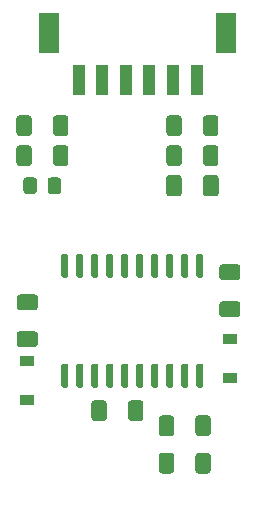
<source format=gbr>
%TF.GenerationSoftware,KiCad,Pcbnew,(5.1.10)-1*%
%TF.CreationDate,2021-09-12T12:23:19+02:00*%
%TF.ProjectId,BTS-MainBoard-Control,4254532d-4d61-4696-9e42-6f6172642d43,rev?*%
%TF.SameCoordinates,Original*%
%TF.FileFunction,Paste,Top*%
%TF.FilePolarity,Positive*%
%FSLAX46Y46*%
G04 Gerber Fmt 4.6, Leading zero omitted, Abs format (unit mm)*
G04 Created by KiCad (PCBNEW (5.1.10)-1) date 2021-09-12 12:23:19*
%MOMM*%
%LPD*%
G01*
G04 APERTURE LIST*
%ADD10R,1.000000X2.500000*%
%ADD11R,1.750000X3.450000*%
%ADD12R,1.200000X0.900000*%
G04 APERTURE END LIST*
D10*
%TO.C,J3*%
X69105000Y-46910000D03*
X71105000Y-46910000D03*
X73105000Y-46910000D03*
X75105000Y-46910000D03*
X77105000Y-46910000D03*
X79105000Y-46910000D03*
D11*
X81605000Y-42910000D03*
X66605000Y-42910000D03*
%TD*%
%TO.C,U1*%
G36*
G01*
X68095000Y-63685000D02*
X67795000Y-63685000D01*
G75*
G02*
X67645000Y-63535000I0J150000D01*
G01*
X67645000Y-61785000D01*
G75*
G02*
X67795000Y-61635000I150000J0D01*
G01*
X68095000Y-61635000D01*
G75*
G02*
X68245000Y-61785000I0J-150000D01*
G01*
X68245000Y-63535000D01*
G75*
G02*
X68095000Y-63685000I-150000J0D01*
G01*
G37*
G36*
G01*
X69365000Y-63685000D02*
X69065000Y-63685000D01*
G75*
G02*
X68915000Y-63535000I0J150000D01*
G01*
X68915000Y-61785000D01*
G75*
G02*
X69065000Y-61635000I150000J0D01*
G01*
X69365000Y-61635000D01*
G75*
G02*
X69515000Y-61785000I0J-150000D01*
G01*
X69515000Y-63535000D01*
G75*
G02*
X69365000Y-63685000I-150000J0D01*
G01*
G37*
G36*
G01*
X70635000Y-63685000D02*
X70335000Y-63685000D01*
G75*
G02*
X70185000Y-63535000I0J150000D01*
G01*
X70185000Y-61785000D01*
G75*
G02*
X70335000Y-61635000I150000J0D01*
G01*
X70635000Y-61635000D01*
G75*
G02*
X70785000Y-61785000I0J-150000D01*
G01*
X70785000Y-63535000D01*
G75*
G02*
X70635000Y-63685000I-150000J0D01*
G01*
G37*
G36*
G01*
X71905000Y-63685000D02*
X71605000Y-63685000D01*
G75*
G02*
X71455000Y-63535000I0J150000D01*
G01*
X71455000Y-61785000D01*
G75*
G02*
X71605000Y-61635000I150000J0D01*
G01*
X71905000Y-61635000D01*
G75*
G02*
X72055000Y-61785000I0J-150000D01*
G01*
X72055000Y-63535000D01*
G75*
G02*
X71905000Y-63685000I-150000J0D01*
G01*
G37*
G36*
G01*
X73175000Y-63685000D02*
X72875000Y-63685000D01*
G75*
G02*
X72725000Y-63535000I0J150000D01*
G01*
X72725000Y-61785000D01*
G75*
G02*
X72875000Y-61635000I150000J0D01*
G01*
X73175000Y-61635000D01*
G75*
G02*
X73325000Y-61785000I0J-150000D01*
G01*
X73325000Y-63535000D01*
G75*
G02*
X73175000Y-63685000I-150000J0D01*
G01*
G37*
G36*
G01*
X74445000Y-63685000D02*
X74145000Y-63685000D01*
G75*
G02*
X73995000Y-63535000I0J150000D01*
G01*
X73995000Y-61785000D01*
G75*
G02*
X74145000Y-61635000I150000J0D01*
G01*
X74445000Y-61635000D01*
G75*
G02*
X74595000Y-61785000I0J-150000D01*
G01*
X74595000Y-63535000D01*
G75*
G02*
X74445000Y-63685000I-150000J0D01*
G01*
G37*
G36*
G01*
X75715000Y-63685000D02*
X75415000Y-63685000D01*
G75*
G02*
X75265000Y-63535000I0J150000D01*
G01*
X75265000Y-61785000D01*
G75*
G02*
X75415000Y-61635000I150000J0D01*
G01*
X75715000Y-61635000D01*
G75*
G02*
X75865000Y-61785000I0J-150000D01*
G01*
X75865000Y-63535000D01*
G75*
G02*
X75715000Y-63685000I-150000J0D01*
G01*
G37*
G36*
G01*
X76985000Y-63685000D02*
X76685000Y-63685000D01*
G75*
G02*
X76535000Y-63535000I0J150000D01*
G01*
X76535000Y-61785000D01*
G75*
G02*
X76685000Y-61635000I150000J0D01*
G01*
X76985000Y-61635000D01*
G75*
G02*
X77135000Y-61785000I0J-150000D01*
G01*
X77135000Y-63535000D01*
G75*
G02*
X76985000Y-63685000I-150000J0D01*
G01*
G37*
G36*
G01*
X78255000Y-63685000D02*
X77955000Y-63685000D01*
G75*
G02*
X77805000Y-63535000I0J150000D01*
G01*
X77805000Y-61785000D01*
G75*
G02*
X77955000Y-61635000I150000J0D01*
G01*
X78255000Y-61635000D01*
G75*
G02*
X78405000Y-61785000I0J-150000D01*
G01*
X78405000Y-63535000D01*
G75*
G02*
X78255000Y-63685000I-150000J0D01*
G01*
G37*
G36*
G01*
X79525000Y-63685000D02*
X79225000Y-63685000D01*
G75*
G02*
X79075000Y-63535000I0J150000D01*
G01*
X79075000Y-61785000D01*
G75*
G02*
X79225000Y-61635000I150000J0D01*
G01*
X79525000Y-61635000D01*
G75*
G02*
X79675000Y-61785000I0J-150000D01*
G01*
X79675000Y-63535000D01*
G75*
G02*
X79525000Y-63685000I-150000J0D01*
G01*
G37*
G36*
G01*
X79525000Y-72985000D02*
X79225000Y-72985000D01*
G75*
G02*
X79075000Y-72835000I0J150000D01*
G01*
X79075000Y-71085000D01*
G75*
G02*
X79225000Y-70935000I150000J0D01*
G01*
X79525000Y-70935000D01*
G75*
G02*
X79675000Y-71085000I0J-150000D01*
G01*
X79675000Y-72835000D01*
G75*
G02*
X79525000Y-72985000I-150000J0D01*
G01*
G37*
G36*
G01*
X78255000Y-72985000D02*
X77955000Y-72985000D01*
G75*
G02*
X77805000Y-72835000I0J150000D01*
G01*
X77805000Y-71085000D01*
G75*
G02*
X77955000Y-70935000I150000J0D01*
G01*
X78255000Y-70935000D01*
G75*
G02*
X78405000Y-71085000I0J-150000D01*
G01*
X78405000Y-72835000D01*
G75*
G02*
X78255000Y-72985000I-150000J0D01*
G01*
G37*
G36*
G01*
X76985000Y-72985000D02*
X76685000Y-72985000D01*
G75*
G02*
X76535000Y-72835000I0J150000D01*
G01*
X76535000Y-71085000D01*
G75*
G02*
X76685000Y-70935000I150000J0D01*
G01*
X76985000Y-70935000D01*
G75*
G02*
X77135000Y-71085000I0J-150000D01*
G01*
X77135000Y-72835000D01*
G75*
G02*
X76985000Y-72985000I-150000J0D01*
G01*
G37*
G36*
G01*
X75715000Y-72985000D02*
X75415000Y-72985000D01*
G75*
G02*
X75265000Y-72835000I0J150000D01*
G01*
X75265000Y-71085000D01*
G75*
G02*
X75415000Y-70935000I150000J0D01*
G01*
X75715000Y-70935000D01*
G75*
G02*
X75865000Y-71085000I0J-150000D01*
G01*
X75865000Y-72835000D01*
G75*
G02*
X75715000Y-72985000I-150000J0D01*
G01*
G37*
G36*
G01*
X74445000Y-72985000D02*
X74145000Y-72985000D01*
G75*
G02*
X73995000Y-72835000I0J150000D01*
G01*
X73995000Y-71085000D01*
G75*
G02*
X74145000Y-70935000I150000J0D01*
G01*
X74445000Y-70935000D01*
G75*
G02*
X74595000Y-71085000I0J-150000D01*
G01*
X74595000Y-72835000D01*
G75*
G02*
X74445000Y-72985000I-150000J0D01*
G01*
G37*
G36*
G01*
X73175000Y-72985000D02*
X72875000Y-72985000D01*
G75*
G02*
X72725000Y-72835000I0J150000D01*
G01*
X72725000Y-71085000D01*
G75*
G02*
X72875000Y-70935000I150000J0D01*
G01*
X73175000Y-70935000D01*
G75*
G02*
X73325000Y-71085000I0J-150000D01*
G01*
X73325000Y-72835000D01*
G75*
G02*
X73175000Y-72985000I-150000J0D01*
G01*
G37*
G36*
G01*
X71905000Y-72985000D02*
X71605000Y-72985000D01*
G75*
G02*
X71455000Y-72835000I0J150000D01*
G01*
X71455000Y-71085000D01*
G75*
G02*
X71605000Y-70935000I150000J0D01*
G01*
X71905000Y-70935000D01*
G75*
G02*
X72055000Y-71085000I0J-150000D01*
G01*
X72055000Y-72835000D01*
G75*
G02*
X71905000Y-72985000I-150000J0D01*
G01*
G37*
G36*
G01*
X70635000Y-72985000D02*
X70335000Y-72985000D01*
G75*
G02*
X70185000Y-72835000I0J150000D01*
G01*
X70185000Y-71085000D01*
G75*
G02*
X70335000Y-70935000I150000J0D01*
G01*
X70635000Y-70935000D01*
G75*
G02*
X70785000Y-71085000I0J-150000D01*
G01*
X70785000Y-72835000D01*
G75*
G02*
X70635000Y-72985000I-150000J0D01*
G01*
G37*
G36*
G01*
X69365000Y-72985000D02*
X69065000Y-72985000D01*
G75*
G02*
X68915000Y-72835000I0J150000D01*
G01*
X68915000Y-71085000D01*
G75*
G02*
X69065000Y-70935000I150000J0D01*
G01*
X69365000Y-70935000D01*
G75*
G02*
X69515000Y-71085000I0J-150000D01*
G01*
X69515000Y-72835000D01*
G75*
G02*
X69365000Y-72985000I-150000J0D01*
G01*
G37*
G36*
G01*
X68095000Y-72985000D02*
X67795000Y-72985000D01*
G75*
G02*
X67645000Y-72835000I0J150000D01*
G01*
X67645000Y-71085000D01*
G75*
G02*
X67795000Y-70935000I150000J0D01*
G01*
X68095000Y-70935000D01*
G75*
G02*
X68245000Y-71085000I0J-150000D01*
G01*
X68245000Y-72835000D01*
G75*
G02*
X68095000Y-72985000I-150000J0D01*
G01*
G37*
%TD*%
%TO.C,R7*%
G36*
G01*
X65140000Y-52714999D02*
X65140000Y-53965001D01*
G75*
G02*
X64890001Y-54215000I-249999J0D01*
G01*
X64089999Y-54215000D01*
G75*
G02*
X63840000Y-53965001I0J249999D01*
G01*
X63840000Y-52714999D01*
G75*
G02*
X64089999Y-52465000I249999J0D01*
G01*
X64890001Y-52465000D01*
G75*
G02*
X65140000Y-52714999I0J-249999D01*
G01*
G37*
G36*
G01*
X68240000Y-52714999D02*
X68240000Y-53965001D01*
G75*
G02*
X67990001Y-54215000I-249999J0D01*
G01*
X67189999Y-54215000D01*
G75*
G02*
X66940000Y-53965001I0J249999D01*
G01*
X66940000Y-52714999D01*
G75*
G02*
X67189999Y-52465000I249999J0D01*
G01*
X67990001Y-52465000D01*
G75*
G02*
X68240000Y-52714999I0J-249999D01*
G01*
G37*
%TD*%
%TO.C,R6*%
G36*
G01*
X79005000Y-76825001D02*
X79005000Y-75574999D01*
G75*
G02*
X79254999Y-75325000I249999J0D01*
G01*
X80055001Y-75325000D01*
G75*
G02*
X80305000Y-75574999I0J-249999D01*
G01*
X80305000Y-76825001D01*
G75*
G02*
X80055001Y-77075000I-249999J0D01*
G01*
X79254999Y-77075000D01*
G75*
G02*
X79005000Y-76825001I0J249999D01*
G01*
G37*
G36*
G01*
X75905000Y-76825001D02*
X75905000Y-75574999D01*
G75*
G02*
X76154999Y-75325000I249999J0D01*
G01*
X76955001Y-75325000D01*
G75*
G02*
X77205000Y-75574999I0J-249999D01*
G01*
X77205000Y-76825001D01*
G75*
G02*
X76955001Y-77075000I-249999J0D01*
G01*
X76154999Y-77075000D01*
G75*
G02*
X75905000Y-76825001I0J249999D01*
G01*
G37*
%TD*%
%TO.C,R5*%
G36*
G01*
X79005000Y-80000001D02*
X79005000Y-78749999D01*
G75*
G02*
X79254999Y-78500000I249999J0D01*
G01*
X80055001Y-78500000D01*
G75*
G02*
X80305000Y-78749999I0J-249999D01*
G01*
X80305000Y-80000001D01*
G75*
G02*
X80055001Y-80250000I-249999J0D01*
G01*
X79254999Y-80250000D01*
G75*
G02*
X79005000Y-80000001I0J249999D01*
G01*
G37*
G36*
G01*
X75905000Y-80000001D02*
X75905000Y-78749999D01*
G75*
G02*
X76154999Y-78500000I249999J0D01*
G01*
X76955001Y-78500000D01*
G75*
G02*
X77205000Y-78749999I0J-249999D01*
G01*
X77205000Y-80000001D01*
G75*
G02*
X76955001Y-80250000I-249999J0D01*
G01*
X76154999Y-80250000D01*
G75*
G02*
X75905000Y-80000001I0J249999D01*
G01*
G37*
%TD*%
%TO.C,R4*%
G36*
G01*
X79640000Y-51425001D02*
X79640000Y-50174999D01*
G75*
G02*
X79889999Y-49925000I249999J0D01*
G01*
X80690001Y-49925000D01*
G75*
G02*
X80940000Y-50174999I0J-249999D01*
G01*
X80940000Y-51425001D01*
G75*
G02*
X80690001Y-51675000I-249999J0D01*
G01*
X79889999Y-51675000D01*
G75*
G02*
X79640000Y-51425001I0J249999D01*
G01*
G37*
G36*
G01*
X76540000Y-51425001D02*
X76540000Y-50174999D01*
G75*
G02*
X76789999Y-49925000I249999J0D01*
G01*
X77590001Y-49925000D01*
G75*
G02*
X77840000Y-50174999I0J-249999D01*
G01*
X77840000Y-51425001D01*
G75*
G02*
X77590001Y-51675000I-249999J0D01*
G01*
X76789999Y-51675000D01*
G75*
G02*
X76540000Y-51425001I0J249999D01*
G01*
G37*
%TD*%
%TO.C,R3*%
G36*
G01*
X65140000Y-50174999D02*
X65140000Y-51425001D01*
G75*
G02*
X64890001Y-51675000I-249999J0D01*
G01*
X64089999Y-51675000D01*
G75*
G02*
X63840000Y-51425001I0J249999D01*
G01*
X63840000Y-50174999D01*
G75*
G02*
X64089999Y-49925000I249999J0D01*
G01*
X64890001Y-49925000D01*
G75*
G02*
X65140000Y-50174999I0J-249999D01*
G01*
G37*
G36*
G01*
X68240000Y-50174999D02*
X68240000Y-51425001D01*
G75*
G02*
X67990001Y-51675000I-249999J0D01*
G01*
X67189999Y-51675000D01*
G75*
G02*
X66940000Y-51425001I0J249999D01*
G01*
X66940000Y-50174999D01*
G75*
G02*
X67189999Y-49925000I249999J0D01*
G01*
X67990001Y-49925000D01*
G75*
G02*
X68240000Y-50174999I0J-249999D01*
G01*
G37*
%TD*%
%TO.C,R2*%
G36*
G01*
X79640000Y-53965001D02*
X79640000Y-52714999D01*
G75*
G02*
X79889999Y-52465000I249999J0D01*
G01*
X80690001Y-52465000D01*
G75*
G02*
X80940000Y-52714999I0J-249999D01*
G01*
X80940000Y-53965001D01*
G75*
G02*
X80690001Y-54215000I-249999J0D01*
G01*
X79889999Y-54215000D01*
G75*
G02*
X79640000Y-53965001I0J249999D01*
G01*
G37*
G36*
G01*
X76540000Y-53965001D02*
X76540000Y-52714999D01*
G75*
G02*
X76789999Y-52465000I249999J0D01*
G01*
X77590001Y-52465000D01*
G75*
G02*
X77840000Y-52714999I0J-249999D01*
G01*
X77840000Y-53965001D01*
G75*
G02*
X77590001Y-54215000I-249999J0D01*
G01*
X76789999Y-54215000D01*
G75*
G02*
X76540000Y-53965001I0J249999D01*
G01*
G37*
%TD*%
%TO.C,R1*%
G36*
G01*
X71490000Y-74304999D02*
X71490000Y-75555001D01*
G75*
G02*
X71240001Y-75805000I-249999J0D01*
G01*
X70439999Y-75805000D01*
G75*
G02*
X70190000Y-75555001I0J249999D01*
G01*
X70190000Y-74304999D01*
G75*
G02*
X70439999Y-74055000I249999J0D01*
G01*
X71240001Y-74055000D01*
G75*
G02*
X71490000Y-74304999I0J-249999D01*
G01*
G37*
G36*
G01*
X74590000Y-74304999D02*
X74590000Y-75555001D01*
G75*
G02*
X74340001Y-75805000I-249999J0D01*
G01*
X73539999Y-75805000D01*
G75*
G02*
X73290000Y-75555001I0J249999D01*
G01*
X73290000Y-74304999D01*
G75*
G02*
X73539999Y-74055000I249999J0D01*
G01*
X74340001Y-74055000D01*
G75*
G02*
X74590000Y-74304999I0J-249999D01*
G01*
G37*
%TD*%
%TO.C,D3*%
G36*
G01*
X65590000Y-55429999D02*
X65590000Y-56330001D01*
G75*
G02*
X65340001Y-56580000I-249999J0D01*
G01*
X64689999Y-56580000D01*
G75*
G02*
X64440000Y-56330001I0J249999D01*
G01*
X64440000Y-55429999D01*
G75*
G02*
X64689999Y-55180000I249999J0D01*
G01*
X65340001Y-55180000D01*
G75*
G02*
X65590000Y-55429999I0J-249999D01*
G01*
G37*
G36*
G01*
X67640000Y-55429999D02*
X67640000Y-56330001D01*
G75*
G02*
X67390001Y-56580000I-249999J0D01*
G01*
X66739999Y-56580000D01*
G75*
G02*
X66490000Y-56330001I0J249999D01*
G01*
X66490000Y-55429999D01*
G75*
G02*
X66739999Y-55180000I249999J0D01*
G01*
X67390001Y-55180000D01*
G75*
G02*
X67640000Y-55429999I0J-249999D01*
G01*
G37*
%TD*%
D12*
%TO.C,D2*%
X64770000Y-74040000D03*
X64770000Y-70740000D03*
%TD*%
%TO.C,D1*%
X81915000Y-68835000D03*
X81915000Y-72135000D03*
%TD*%
%TO.C,C8*%
G36*
G01*
X82565003Y-63870000D02*
X81264997Y-63870000D01*
G75*
G02*
X81015000Y-63620003I0J249997D01*
G01*
X81015000Y-62794997D01*
G75*
G02*
X81264997Y-62545000I249997J0D01*
G01*
X82565003Y-62545000D01*
G75*
G02*
X82815000Y-62794997I0J-249997D01*
G01*
X82815000Y-63620003D01*
G75*
G02*
X82565003Y-63870000I-249997J0D01*
G01*
G37*
G36*
G01*
X82565003Y-66995000D02*
X81264997Y-66995000D01*
G75*
G02*
X81015000Y-66745003I0J249997D01*
G01*
X81015000Y-65919997D01*
G75*
G02*
X81264997Y-65670000I249997J0D01*
G01*
X82565003Y-65670000D01*
G75*
G02*
X82815000Y-65919997I0J-249997D01*
G01*
X82815000Y-66745003D01*
G75*
G02*
X82565003Y-66995000I-249997J0D01*
G01*
G37*
%TD*%
%TO.C,C7*%
G36*
G01*
X65420003Y-66410000D02*
X64119997Y-66410000D01*
G75*
G02*
X63870000Y-66160003I0J249997D01*
G01*
X63870000Y-65334997D01*
G75*
G02*
X64119997Y-65085000I249997J0D01*
G01*
X65420003Y-65085000D01*
G75*
G02*
X65670000Y-65334997I0J-249997D01*
G01*
X65670000Y-66160003D01*
G75*
G02*
X65420003Y-66410000I-249997J0D01*
G01*
G37*
G36*
G01*
X65420003Y-69535000D02*
X64119997Y-69535000D01*
G75*
G02*
X63870000Y-69285003I0J249997D01*
G01*
X63870000Y-68459997D01*
G75*
G02*
X64119997Y-68210000I249997J0D01*
G01*
X65420003Y-68210000D01*
G75*
G02*
X65670000Y-68459997I0J-249997D01*
G01*
X65670000Y-69285003D01*
G75*
G02*
X65420003Y-69535000I-249997J0D01*
G01*
G37*
%TD*%
%TO.C,C6*%
G36*
G01*
X79640000Y-56530003D02*
X79640000Y-55229997D01*
G75*
G02*
X79889997Y-54980000I249997J0D01*
G01*
X80715003Y-54980000D01*
G75*
G02*
X80965000Y-55229997I0J-249997D01*
G01*
X80965000Y-56530003D01*
G75*
G02*
X80715003Y-56780000I-249997J0D01*
G01*
X79889997Y-56780000D01*
G75*
G02*
X79640000Y-56530003I0J249997D01*
G01*
G37*
G36*
G01*
X76515000Y-56530003D02*
X76515000Y-55229997D01*
G75*
G02*
X76764997Y-54980000I249997J0D01*
G01*
X77590003Y-54980000D01*
G75*
G02*
X77840000Y-55229997I0J-249997D01*
G01*
X77840000Y-56530003D01*
G75*
G02*
X77590003Y-56780000I-249997J0D01*
G01*
X76764997Y-56780000D01*
G75*
G02*
X76515000Y-56530003I0J249997D01*
G01*
G37*
%TD*%
M02*

</source>
